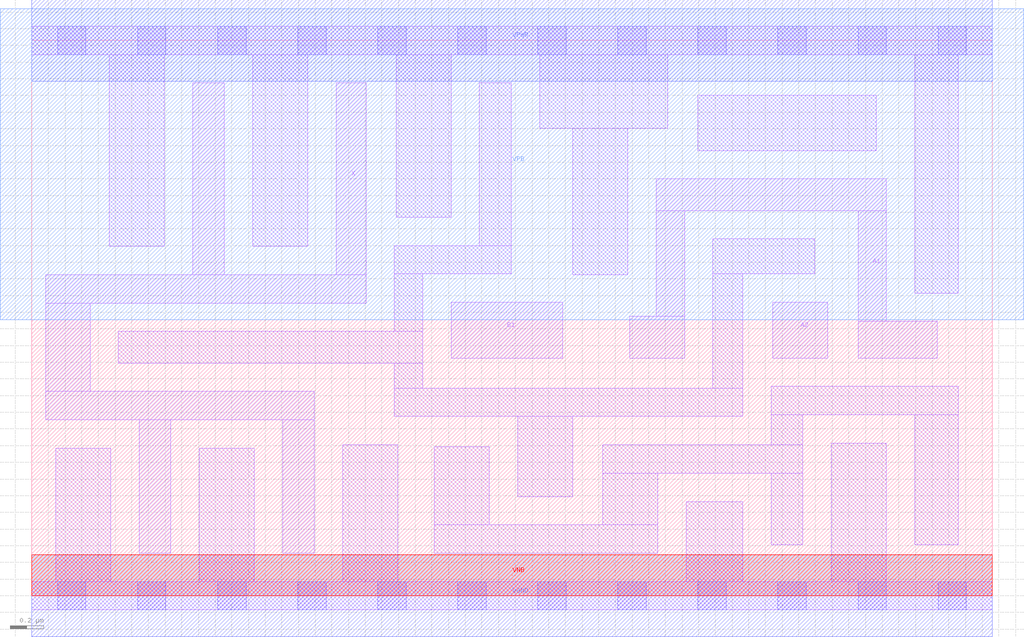
<source format=lef>
# Copyright 2020 The SkyWater PDK Authors
#
# Licensed under the Apache License, Version 2.0 (the "License");
# you may not use this file except in compliance with the License.
# You may obtain a copy of the License at
#
#     https://www.apache.org/licenses/LICENSE-2.0
#
# Unless required by applicable law or agreed to in writing, software
# distributed under the License is distributed on an "AS IS" BASIS,
# WITHOUT WARRANTIES OR CONDITIONS OF ANY KIND, either express or implied.
# See the License for the specific language governing permissions and
# limitations under the License.
#
# SPDX-License-Identifier: Apache-2.0

VERSION 5.7 ;
  NOWIREEXTENSIONATPIN ON ;
  DIVIDERCHAR "/" ;
  BUSBITCHARS "[]" ;
MACRO sky130_fd_sc_lp__o21a_4
  CLASS CORE ;
  FOREIGN sky130_fd_sc_lp__o21a_4 ;
  ORIGIN  0.000000  0.000000 ;
  SIZE  5.760000 BY  3.330000 ;
  SYMMETRY X Y R90 ;
  SITE unit ;
  PIN A1
    ANTENNAGATEAREA  0.630000 ;
    DIRECTION INPUT ;
    USE SIGNAL ;
    PORT
      LAYER li1 ;
        RECT 3.585000 1.425000 3.915000 1.675000 ;
        RECT 3.745000 1.675000 3.915000 2.310000 ;
        RECT 3.745000 2.310000 5.125000 2.500000 ;
        RECT 4.955000 1.425000 5.430000 1.645000 ;
        RECT 4.955000 1.645000 5.125000 2.310000 ;
    END
  END A1
  PIN A2
    ANTENNAGATEAREA  0.630000 ;
    DIRECTION INPUT ;
    USE SIGNAL ;
    PORT
      LAYER li1 ;
        RECT 4.445000 1.425000 4.775000 1.760000 ;
    END
  END A2
  PIN B1
    ANTENNAGATEAREA  0.630000 ;
    DIRECTION INPUT ;
    USE SIGNAL ;
    PORT
      LAYER li1 ;
        RECT 2.515000 1.425000 3.185000 1.760000 ;
    END
  END B1
  PIN X
    ANTENNADIFFAREA  1.176000 ;
    DIRECTION OUTPUT ;
    USE SIGNAL ;
    PORT
      LAYER li1 ;
        RECT 0.085000 1.055000 1.695000 1.225000 ;
        RECT 0.085000 1.225000 0.350000 1.755000 ;
        RECT 0.085000 1.755000 2.005000 1.925000 ;
        RECT 0.645000 0.255000 0.835000 1.055000 ;
        RECT 0.965000 1.925000 1.155000 3.075000 ;
        RECT 1.505000 0.255000 1.695000 1.055000 ;
        RECT 1.825000 1.925000 2.005000 3.075000 ;
    END
  END X
  PIN VGND
    DIRECTION INOUT ;
    USE GROUND ;
    PORT
      LAYER met1 ;
        RECT 0.000000 -0.245000 5.760000 0.245000 ;
    END
  END VGND
  PIN VNB
    DIRECTION INOUT ;
    USE GROUND ;
    PORT
      LAYER pwell ;
        RECT 0.000000 0.000000 5.760000 0.245000 ;
    END
  END VNB
  PIN VPB
    DIRECTION INOUT ;
    USE POWER ;
    PORT
      LAYER nwell ;
        RECT -0.190000 1.655000 5.950000 3.520000 ;
    END
  END VPB
  PIN VPWR
    DIRECTION INOUT ;
    USE POWER ;
    PORT
      LAYER met1 ;
        RECT 0.000000 3.085000 5.760000 3.575000 ;
    END
  END VPWR
  OBS
    LAYER li1 ;
      RECT 0.000000 -0.085000 5.760000 0.085000 ;
      RECT 0.000000  3.245000 5.760000 3.415000 ;
      RECT 0.145000  0.085000 0.475000 0.885000 ;
      RECT 0.465000  2.095000 0.795000 3.245000 ;
      RECT 0.520000  1.395000 2.345000 1.585000 ;
      RECT 1.005000  0.085000 1.335000 0.885000 ;
      RECT 1.325000  2.095000 1.655000 3.245000 ;
      RECT 1.865000  0.085000 2.195000 0.905000 ;
      RECT 2.175000  1.075000 4.265000 1.245000 ;
      RECT 2.175000  1.245000 2.345000 1.395000 ;
      RECT 2.175000  1.585000 2.345000 1.930000 ;
      RECT 2.175000  1.930000 2.875000 2.100000 ;
      RECT 2.185000  2.270000 2.515000 3.245000 ;
      RECT 2.415000  0.255000 3.755000 0.425000 ;
      RECT 2.415000  0.425000 2.745000 0.895000 ;
      RECT 2.685000  2.100000 2.875000 3.075000 ;
      RECT 2.915000  0.595000 3.245000 1.075000 ;
      RECT 3.045000  2.805000 3.815000 3.245000 ;
      RECT 3.245000  1.925000 3.575000 2.805000 ;
      RECT 3.425000  0.425000 3.755000 0.735000 ;
      RECT 3.425000  0.735000 4.625000 0.905000 ;
      RECT 3.925000  0.085000 4.265000 0.565000 ;
      RECT 3.995000  2.670000 5.065000 3.000000 ;
      RECT 4.085000  1.245000 4.265000 1.930000 ;
      RECT 4.085000  1.930000 4.695000 2.140000 ;
      RECT 4.435000  0.305000 4.625000 0.735000 ;
      RECT 4.435000  0.905000 4.625000 1.085000 ;
      RECT 4.435000  1.085000 5.555000 1.255000 ;
      RECT 4.795000  0.085000 5.125000 0.915000 ;
      RECT 5.295000  0.305000 5.555000 1.085000 ;
      RECT 5.295000  1.815000 5.555000 3.245000 ;
    LAYER mcon ;
      RECT 0.155000 -0.085000 0.325000 0.085000 ;
      RECT 0.155000  3.245000 0.325000 3.415000 ;
      RECT 0.635000 -0.085000 0.805000 0.085000 ;
      RECT 0.635000  3.245000 0.805000 3.415000 ;
      RECT 1.115000 -0.085000 1.285000 0.085000 ;
      RECT 1.115000  3.245000 1.285000 3.415000 ;
      RECT 1.595000 -0.085000 1.765000 0.085000 ;
      RECT 1.595000  3.245000 1.765000 3.415000 ;
      RECT 2.075000 -0.085000 2.245000 0.085000 ;
      RECT 2.075000  3.245000 2.245000 3.415000 ;
      RECT 2.555000 -0.085000 2.725000 0.085000 ;
      RECT 2.555000  3.245000 2.725000 3.415000 ;
      RECT 3.035000 -0.085000 3.205000 0.085000 ;
      RECT 3.035000  3.245000 3.205000 3.415000 ;
      RECT 3.515000 -0.085000 3.685000 0.085000 ;
      RECT 3.515000  3.245000 3.685000 3.415000 ;
      RECT 3.995000 -0.085000 4.165000 0.085000 ;
      RECT 3.995000  3.245000 4.165000 3.415000 ;
      RECT 4.475000 -0.085000 4.645000 0.085000 ;
      RECT 4.475000  3.245000 4.645000 3.415000 ;
      RECT 4.955000 -0.085000 5.125000 0.085000 ;
      RECT 4.955000  3.245000 5.125000 3.415000 ;
      RECT 5.435000 -0.085000 5.605000 0.085000 ;
      RECT 5.435000  3.245000 5.605000 3.415000 ;
  END
END sky130_fd_sc_lp__o21a_4
END LIBRARY

</source>
